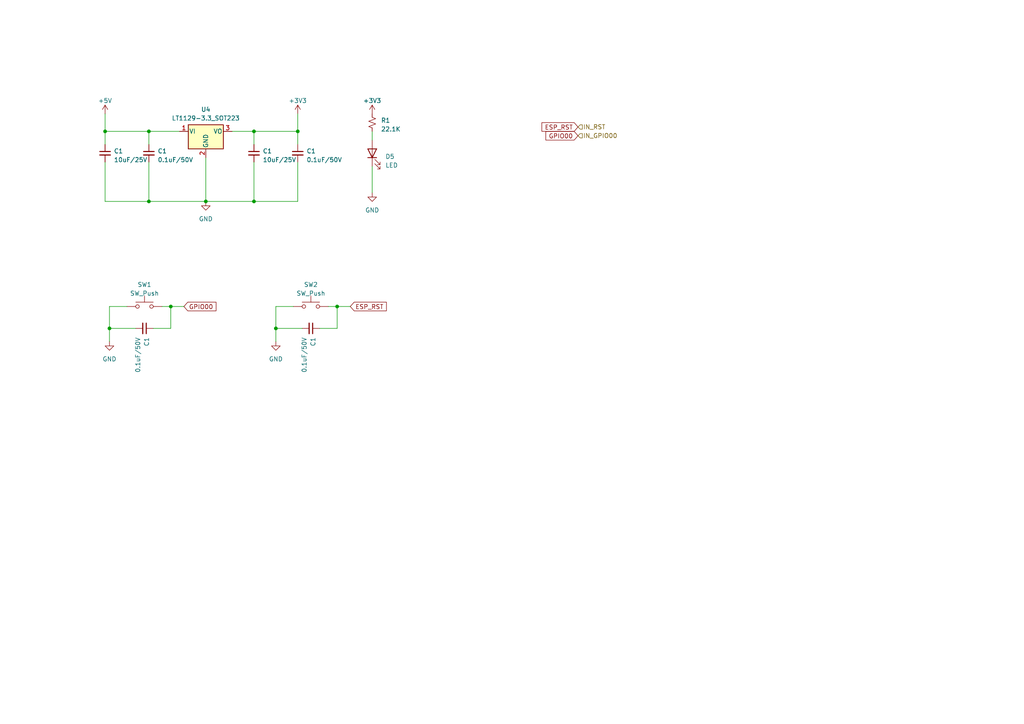
<source format=kicad_sch>
(kicad_sch (version 20230121) (generator eeschema)
  (paper "A4")
  (lib_symbols
    (symbol "Device:C_Small" (pin_numbers hide) (pin_names (offset 0.254) hide)
      (property "Reference" "C" (at 0.254 1.778 0))
      (property "Value" "C_Small" (at 0.254 -2.032 0))
      (symbol "C_Small_0_1"
        (polyline (pts (xy -1.524 -0.508) (xy 1.524 -0.508)) (stroke (width 0.3302)))
        (polyline (pts (xy -1.524 0.508) (xy 1.524 0.508)) (stroke (width 0.3048)))
      )
      (symbol "C_Small_1_1"
        (pin passive line (at 0 2.54 270) (length 2.032) (name "~") (number "1"))
        (pin passive line (at 0 -2.54 90) (length 2.032) (name "~") (number "2"))
      )
    )
    (symbol "Device:LED" (pin_numbers hide) (pin_names (offset 1.016) hide)
      (property "Reference" "D" (at 0 2.54 0))
      (property "Value" "LED" (at 0 -2.54 0))
      (symbol "LED_0_1"
        (polyline (pts (xy -1.27 -1.27) (xy -1.27 1.27)) (stroke (width 0.254)))
        (polyline (pts (xy -1.27 0) (xy 1.27 0)))
        (polyline (pts (xy 1.27 -1.27) (xy 1.27 1.27) (xy -1.27 0) (xy 1.27 -1.27)) (stroke (width 0.254)))
        (polyline (pts (xy -3.048 -0.762) (xy -4.572 -2.286) (xy -3.81 -2.286) (xy -4.572 -2.286) (xy -4.572 -1.524)))
        (polyline (pts (xy -1.778 -0.762) (xy -3.302 -2.286) (xy -2.54 -2.286) (xy -3.302 -2.286) (xy -3.302 -1.524)))
      )
      (symbol "LED_1_1"
        (pin passive line (at -3.81 0 0) (length 2.54) (name "K") (number "1"))
        (pin passive line (at 3.81 0 180) (length 2.54) (name "A") (number "2"))
      )
    )
    (symbol "Device:R_Small_US" (pin_numbers hide) (pin_names (offset 0.254) hide)
      (property "Reference" "R" (at 0.762 0.508 0))
      (property "Value" "R_Small_US" (at 0.762 -1.016 0))
      (symbol "R_Small_US_1_1"
        (polyline (pts (xy 0 0) (xy 1.016 -0.381) (xy 0 -0.762) (xy -1.016 -1.143) (xy 0 -1.524)))
        (polyline (pts (xy 0 1.524) (xy 1.016 1.143) (xy 0 0.762) (xy -1.016 0.381) (xy 0 0)))
        (pin passive line (at 0 2.54 270) (length 1.016) (name "~") (number "1"))
        (pin passive line (at 0 -2.54 90) (length 1.016) (name "~") (number "2"))
      )
    )
    (symbol "Regulator_Linear:LT1129-3.3_SOT223" (pin_names (offset 0.254))
      (property "Reference" "U" (at -3.81 3.175 0))
      (property "Value" "LT1129-3.3_SOT223" (at 0 3.175 0))
      (symbol "LT1129-3.3_SOT223_0_1"
        (rectangle (start -5.08 -5.08) (end 5.08 1.905) (stroke (width 0.254)) (fill (type background)))
      )
      (symbol "LT1129-3.3_SOT223_1_1"
        (pin power_in line (at -7.62 0 0) (length 2.54) (name "VI") (number "1"))
        (pin power_in line (at 0 -7.62 90) (length 2.54) (name "GND") (number "2"))
        (pin power_out line (at 7.62 0 180) (length 2.54) (name "VO") (number "3"))
      )
    )
    (symbol "Switch:SW_Push" (pin_numbers hide) (pin_names (offset 1.016) hide)
      (property "Reference" "SW" (at 1.27 2.54 0))
      (property "Value" "SW_Push" (at 0 -1.524 0))
      (symbol "SW_Push_0_1"
        (circle (center -2.032 0) (radius 0.508))
        (polyline (pts (xy 0 1.27) (xy 0 3.048)))
        (polyline (pts (xy 2.54 1.27) (xy -2.54 1.27)))
        (circle (center 2.032 0) (radius 0.508))
        (pin passive line (at -5.08 0 0) (length 2.54) (name "1") (number "1"))
        (pin passive line (at 5.08 0 180) (length 2.54) (name "2") (number "2"))
      )
    )
    (symbol "power:+3V3" (power) (pin_names (offset 0))
      (property "Value" "+3V3" (at 0 3.556 0))
      (symbol "+3V3_0_1"
        (polyline (pts (xy -0.762 1.27) (xy 0 2.54)))
        (polyline (pts (xy 0 0) (xy 0 2.54)))
        (polyline (pts (xy 0 2.54) (xy 0.762 1.27)))
      )
      (symbol "+3V3_1_1"
        (pin power_in line (at 0 0 90) (length 0) hide (name "+3V3") (number "1"))
      )
    )
    (symbol "power:+5V" (power) (pin_names (offset 0))
      (property "Value" "+5V" (at 0 3.556 0))
      (symbol "+5V_0_1"
        (polyline (pts (xy -0.762 1.27) (xy 0 2.54)))
        (polyline (pts (xy 0 0) (xy 0 2.54)))
        (polyline (pts (xy 0 2.54) (xy 0.762 1.27)))
      )
      (symbol "+5V_1_1"
        (pin power_in line (at 0 0 90) (length 0) hide (name "+5V") (number "1"))
      )
    )
    (symbol "power:GND" (power) (pin_names (offset 0))
      (property "Value" "GND" (at 0 -3.81 0))
      (symbol "GND_0_1"
        (polyline (pts (xy 0 0) (xy 0 -1.27) (xy 1.27 -1.27) (xy 0 -2.54) (xy -1.27 -1.27) (xy 0 -1.27)))
      )
      (symbol "GND_1_1"
        (pin power_in line (at 0 0 270) (length 0) hide (name "GND") (number "1"))
      )
    )
  )
  (junction (at 30.48 38.1))
  (junction (at 43.18 38.1))
  (junction (at 31.75 95.25))
  (junction (at 59.69 58.42))
  (junction (at 73.66 58.42))
  (junction (at 80.01 95.25))
  (junction (at 73.66 38.1))
  (junction (at 97.79 88.9))
  (junction (at 49.53 88.9))
  (junction (at 86.36 38.1))
  (junction (at 43.18 58.42))
  (wire (pts (xy 107.95 48.26) (xy 107.95 55.88)))
  (wire (pts (xy 80.01 88.9) (xy 80.01 95.25)))
  (wire (pts (xy 86.36 33.02) (xy 86.36 38.1)))
  (wire (pts (xy 31.75 95.25) (xy 39.37 95.25)))
  (wire (pts (xy 43.18 58.42) (xy 59.69 58.42)))
  (wire (pts (xy 97.79 88.9) (xy 97.79 95.25)))
  (wire (pts (xy 73.66 58.42) (xy 86.36 58.42)))
  (wire (pts (xy 85.09 88.9) (xy 80.01 88.9)))
  (wire (pts (xy 95.25 88.9) (xy 97.79 88.9)))
  (wire (pts (xy 36.83 88.9) (xy 31.75 88.9)))
  (wire (pts (xy 80.01 95.25) (xy 80.01 99.06)))
  (wire (pts (xy 49.53 95.25) (xy 44.45 95.25)))
  (wire (pts (xy 30.48 58.42) (xy 43.18 58.42)))
  (wire (pts (xy 43.18 41.91) (xy 43.18 38.1)))
  (wire (pts (xy 67.31 38.1) (xy 73.66 38.1)))
  (wire (pts (xy 73.66 38.1) (xy 86.36 38.1)))
  (wire (pts (xy 46.99 88.9) (xy 49.53 88.9)))
  (wire (pts (xy 30.48 46.99) (xy 30.48 58.42)))
  (wire (pts (xy 31.75 95.25) (xy 31.75 99.06)))
  (wire (pts (xy 30.48 33.02) (xy 30.48 38.1)))
  (wire (pts (xy 73.66 38.1) (xy 73.66 41.91)))
  (wire (pts (xy 86.36 38.1) (xy 86.36 41.91)))
  (wire (pts (xy 59.69 58.42) (xy 73.66 58.42)))
  (wire (pts (xy 97.79 95.25) (xy 92.71 95.25)))
  (wire (pts (xy 30.48 38.1) (xy 43.18 38.1)))
  (wire (pts (xy 43.18 38.1) (xy 52.07 38.1)))
  (wire (pts (xy 59.69 58.42) (xy 59.69 45.72)))
  (wire (pts (xy 49.53 88.9) (xy 49.53 95.25)))
  (wire (pts (xy 49.53 88.9) (xy 53.34 88.9)))
  (wire (pts (xy 86.36 46.99) (xy 86.36 58.42)))
  (wire (pts (xy 43.18 46.99) (xy 43.18 58.42)))
  (wire (pts (xy 73.66 46.99) (xy 73.66 58.42)))
  (wire (pts (xy 30.48 41.91) (xy 30.48 38.1)))
  (wire (pts (xy 107.95 38.1) (xy 107.95 40.64)))
  (wire (pts (xy 31.75 88.9) (xy 31.75 95.25)))
  (wire (pts (xy 97.79 88.9) (xy 101.6 88.9)))
  (wire (pts (xy 80.01 95.25) (xy 87.63 95.25)))
  (global_label "ESP_RST" (shape input) (at 101.6 88.9 0) (property "Intersheetrefs" "${INTERSHEET_REFS}" (effects hide)))
  (global_label "GPIO00" (shape input) (at 167.64 39.37 180) (property "Intersheetrefs" "${INTERSHEET_REFS}" (effects hide)))
  (global_label "ESP_RST" (shape input) (at 167.64 36.83 180) (property "Intersheetrefs" "${INTERSHEET_REFS}" (effects hide)))
  (global_label "GPIO00" (shape input) (at 53.34 88.9 0) (property "Intersheetrefs" "${INTERSHEET_REFS}" (effects hide)))
  (hierarchical_label "IN_GPIO00" (shape input) (at 167.64 39.37 0))
  (hierarchical_label "IN_RST" (shape input) (at 167.64 36.83 0))
  (symbol (lib_id "Regulator_Linear:LT1129-3.3_SOT223") (at 59.69 38.1 0) (unit 1)
    (property "Reference" "U4" (at 59.69 31.75 0))
    (property "Value" "LT1129-3.3_SOT223" (at 59.69 34.29 0))
    (property "Footprint" "Package_TO_SOT_SMD:SOT-223-3_TabPin2" (effects hide))
    (property "Datasheet" "https://www.analog.com/media/en/technical-documentation/data-sheets/112935ff.pdf" (effects hide))
  )
  (symbol (lib_id "power:GND") (at 59.69 58.42 0) (unit 1)
    (property "Reference" "#PWR020" (effects hide))
    (property "Value" "GND" (at 59.69 63.5 0))
  )
  (symbol (lib_id "power:+3V3") (at 86.36 33.02 0) (unit 1)
    (property "Reference" "#PWR022" (effects hide))
    (property "Value" "+3V3" (at 86.36 29.21 0))
  )
  (symbol (lib_id "power:GND") (at 107.95 55.88 0) (unit 1)
    (property "Reference" "#PWR024" (effects hide))
    (property "Value" "GND" (at 107.95 60.96 0))
  )
  (symbol (lib_id "Switch:SW_Push") (at 90.17 88.9 0) (unit 1)
    (property "Reference" "SW2" (at 90.17 82.55 0))
    (property "Value" "SW_Push" (at 90.17 85.09 0))
    (property "Footprint" "Button_Switch_SMD:SW_Push_1P1T_NO_Vertical_Wuerth_434133025816" (effects hide))
  )
  (symbol (lib_id "power:+3V3") (at 107.95 33.02 0) (unit 1)
    (property "Reference" "#PWR023" (effects hide))
    (property "Value" "+3V3" (at 107.95 29.21 0))
  )
  (symbol (lib_id "Switch:SW_Push") (at 41.91 88.9 0) (unit 1)
    (property "Reference" "SW1" (at 41.91 82.55 0))
    (property "Value" "SW_Push" (at 41.91 85.09 0))
    (property "Footprint" "Button_Switch_SMD:SW_Push_1P1T_NO_Vertical_Wuerth_434133025816" (effects hide))
  )
  (symbol (lib_id "power:GND") (at 31.75 99.06 0) (unit 1)
    (property "Reference" "#PWR025" (effects hide))
    (property "Value" "GND" (at 31.75 104.14 0))
  )
  (symbol (lib_id "Device:C_Small") (at 30.48 44.45 0) (unit 1)
    (property "Reference" "C1" (at 33.02 43.8213 0) (effects (justify left)))
    (property "Value" "10uF/25V" (at 33.02 46.3613 0) (effects (justify left)))
    (property "Footprint" "Capacitor_SMD:C_0805_2012Metric" (effects hide))
    (instances (project "ESP32 (Electiva)" (path "" (reference "C1") (unit 1)) (path "" (reference "C5") (unit 1)) (path "" (reference "C7") (unit 1))))
  )
  (symbol (lib_id "Device:LED") (at 107.95 44.45 90) (unit 1)
    (property "Reference" "D5" (at 111.76 45.4025 90) (effects (justify right)))
    (property "Value" "LED" (at 111.76 47.9425 90) (effects (justify right)))
    (property "Footprint" "LED_SMD:LED_0805_2012Metric" (effects hide))
  )
  (symbol (lib_id "Device:C_Small") (at 90.17 95.25 270) (unit 1)
    (property "Reference" "C1" (at 90.7987 97.79 0) (effects (justify left)))
    (property "Value" "0.1uF/50V" (at 88.2587 97.79 0) (effects (justify left)))
    (property "Footprint" "Capacitor_SMD:C_0805_2012Metric" (effects hide))
    (instances (project "ESP32 (Electiva)" (path "" (reference "C1") (unit 1)) (path "" (reference "C5") (unit 1)) (path "" (reference "C11") (unit 1))))
  )
  (symbol (lib_id "Device:C_Small") (at 86.36 44.45 0) (unit 1)
    (property "Reference" "C1" (at 88.9 43.8213 0) (effects (justify left)))
    (property "Value" "0.1uF/50V" (at 88.9 46.3613 0) (effects (justify left)))
    (property "Footprint" "Capacitor_SMD:C_0805_2012Metric" (effects hide))
    (instances (project "ESP32 (Electiva)" (path "" (reference "C1") (unit 1)) (path "" (reference "C5") (unit 1)) (path "" (reference "C9") (unit 1))))
  )
  (symbol (lib_id "Device:C_Small") (at 73.66 44.45 0) (unit 1)
    (property "Reference" "C1" (at 76.2 43.8213 0) (effects (justify left)))
    (property "Value" "10uF/25V" (at 76.2 46.3613 0) (effects (justify left)))
    (property "Footprint" "Capacitor_SMD:C_0805_2012Metric" (effects hide))
    (instances (project "ESP32 (Electiva)" (path "" (reference "C1") (unit 1)) (path "" (reference "C5") (unit 1)) (path "" (reference "C8") (unit 1))))
  )
  (symbol (lib_id "Device:R_Small_US") (at 107.95 35.56 180) (unit 1)
    (property "Reference" "R1" (at 110.49 34.925 0) (effects (justify right)))
    (property "Value" "22.1K" (at 110.49 37.465 0) (effects (justify right)))
    (property "Footprint" "Resistor_SMD:R_0805_2012Metric" (effects hide))
    (instances (project "ESP32 (Electiva)" (path "" (reference "R1") (unit 1)) (path "" (reference "R5") (unit 1)) (path "" (reference "R8") (unit 1))))
  )
  (symbol (lib_id "Device:C_Small") (at 43.18 44.45 0) (unit 1)
    (property "Reference" "C1" (at 45.72 43.8213 0) (effects (justify left)))
    (property "Value" "0.1uF/50V" (at 45.72 46.3613 0) (effects (justify left)))
    (property "Footprint" "Capacitor_SMD:C_0805_2012Metric" (effects hide))
    (instances (project "ESP32 (Electiva)" (path "" (reference "C1") (unit 1)) (path "" (reference "C5") (unit 1)) (path "" (reference "C6") (unit 1))))
  )
  (symbol (lib_id "power:GND") (at 80.01 99.06 0) (unit 1)
    (property "Reference" "#PWR026" (effects hide))
    (property "Value" "GND" (at 80.01 104.14 0))
  )
  (symbol (lib_id "power:+5V") (at 30.48 33.02 0) (unit 1)
    (property "Reference" "#PWR021" (effects hide))
    (property "Value" "+5V" (at 30.48 29.21 0))
  )
  (symbol (lib_id "Device:C_Small") (at 41.91 95.25 270) (unit 1)
    (property "Reference" "C1" (at 42.5387 97.79 0) (effects (justify left)))
    (property "Value" "0.1uF/50V" (at 39.9987 97.79 0) (effects (justify left)))
    (property "Footprint" "Capacitor_SMD:C_0805_2012Metric" (effects hide))
    (instances (project "ESP32 (Electiva)" (path "" (reference "C1") (unit 1)) (path "" (reference "C5") (unit 1)) (path "" (reference "C10") (unit 1))))
  )
)
</source>
